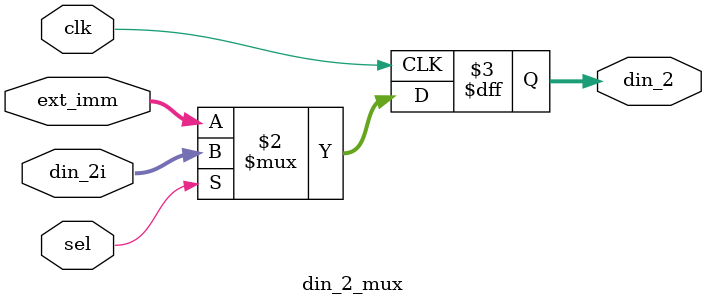
<source format=v>
`timescale 1ns / 1ps

module din_2_mux(
    input [31:0] ext_imm,
    input [31:0] din_2i,
    output reg [31:0] din_2,
    input sel,
    input clk
    );
    always@(negedge clk) din_2 <= sel ? din_2i : ext_imm;
endmodule

</source>
